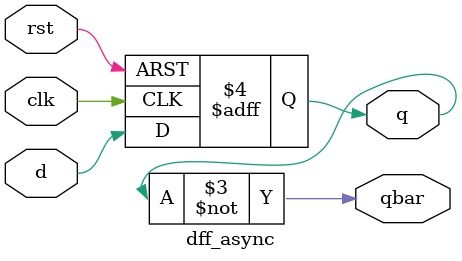
<source format=v>
module dff_async(
    input wire clk,
    input wire rst,
    input d,
    output reg q,
    output wire qbar
);

always @(posedge clk or negedge rst) begin
    if (!rst)
        q <= 1'b0;
    else 
        q <= d;    
end
assign qbar = ~q;

endmodule
</source>
